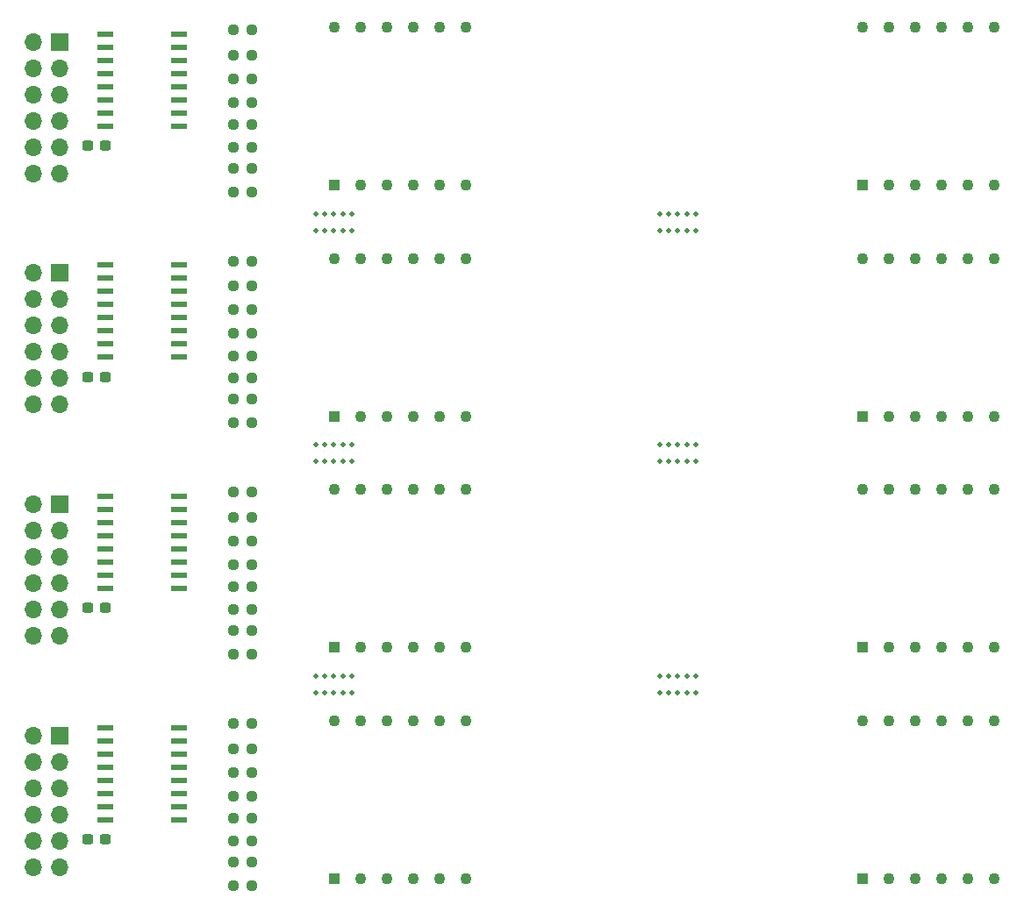
<source format=gbr>
%TF.GenerationSoftware,KiCad,Pcbnew,7.0.2*%
%TF.CreationDate,2023-08-10T02:42:33+09:00*%
%TF.ProjectId,Pmod_7LED_8digit,506d6f64-5f37-44c4-9544-5f3864696769,rev?*%
%TF.SameCoordinates,Original*%
%TF.FileFunction,Soldermask,Top*%
%TF.FilePolarity,Negative*%
%FSLAX46Y46*%
G04 Gerber Fmt 4.6, Leading zero omitted, Abs format (unit mm)*
G04 Created by KiCad (PCBNEW 7.0.2) date 2023-08-10 02:42:33*
%MOMM*%
%LPD*%
G01*
G04 APERTURE LIST*
G04 Aperture macros list*
%AMRoundRect*
0 Rectangle with rounded corners*
0 $1 Rounding radius*
0 $2 $3 $4 $5 $6 $7 $8 $9 X,Y pos of 4 corners*
0 Add a 4 corners polygon primitive as box body*
4,1,4,$2,$3,$4,$5,$6,$7,$8,$9,$2,$3,0*
0 Add four circle primitives for the rounded corners*
1,1,$1+$1,$2,$3*
1,1,$1+$1,$4,$5*
1,1,$1+$1,$6,$7*
1,1,$1+$1,$8,$9*
0 Add four rect primitives between the rounded corners*
20,1,$1+$1,$2,$3,$4,$5,0*
20,1,$1+$1,$4,$5,$6,$7,0*
20,1,$1+$1,$6,$7,$8,$9,0*
20,1,$1+$1,$8,$9,$2,$3,0*%
G04 Aperture macros list end*
%ADD10C,0.500000*%
%ADD11RoundRect,0.237500X0.300000X0.237500X-0.300000X0.237500X-0.300000X-0.237500X0.300000X-0.237500X0*%
%ADD12RoundRect,0.237500X-0.250000X-0.237500X0.250000X-0.237500X0.250000X0.237500X-0.250000X0.237500X0*%
%ADD13R,1.100000X1.100000*%
%ADD14C,1.100000*%
%ADD15R,1.500000X0.600000*%
%ADD16R,1.700000X1.700000*%
%ADD17O,1.700000X1.700000*%
G04 APERTURE END LIST*
D10*
%TO.C,REF\u002A\u002A*%
X165094666Y-42120000D03*
%TD*%
%TO.C,REF\u002A\u002A*%
X133655334Y-86760000D03*
%TD*%
%TO.C,REF\u002A\u002A*%
X131905334Y-85160000D03*
%TD*%
D11*
%TO.C,C1*%
X109865500Y-33970000D03*
X108140500Y-33970000D03*
%TD*%
D12*
%TO.C,R3*%
X122187500Y-52099000D03*
X124012500Y-52099000D03*
%TD*%
D10*
%TO.C,REF\u002A\u002A*%
X130155334Y-85160000D03*
%TD*%
D13*
%TO.C,DS1*%
X182917000Y-82420000D03*
D14*
X185457000Y-82420000D03*
X187997000Y-82420000D03*
X190537000Y-82420000D03*
X193077000Y-82420000D03*
X195617000Y-82420000D03*
X195617000Y-67180000D03*
X193077000Y-67180000D03*
X190537000Y-67180000D03*
X187997000Y-67180000D03*
X185457000Y-67180000D03*
X182917000Y-67180000D03*
%TD*%
D13*
%TO.C,DS2*%
X131990000Y-104740000D03*
D14*
X134530000Y-104740000D03*
X137070000Y-104740000D03*
X139610000Y-104740000D03*
X142150000Y-104740000D03*
X144690000Y-104740000D03*
X144690000Y-89500000D03*
X142150000Y-89500000D03*
X139610000Y-89500000D03*
X137070000Y-89500000D03*
X134530000Y-89500000D03*
X131990000Y-89500000D03*
%TD*%
D10*
%TO.C,REF\u002A\u002A*%
X164219666Y-85160000D03*
%TD*%
%TO.C,REF\u002A\u002A*%
X165094666Y-40520000D03*
%TD*%
D15*
%TO.C,U1*%
X116998000Y-99025000D03*
X116998000Y-97755000D03*
X116998000Y-96485000D03*
X116998000Y-95215000D03*
X116998000Y-93945000D03*
X116998000Y-92675000D03*
X116998000Y-91405000D03*
X116998000Y-90135000D03*
X109898000Y-90135000D03*
X109898000Y-91405000D03*
X109898000Y-92675000D03*
X109898000Y-93945000D03*
X109898000Y-95215000D03*
X109898000Y-96485000D03*
X109898000Y-97755000D03*
X109898000Y-99025000D03*
%TD*%
D13*
%TO.C,DS2*%
X131990000Y-82420000D03*
D14*
X134530000Y-82420000D03*
X137070000Y-82420000D03*
X139610000Y-82420000D03*
X142150000Y-82420000D03*
X144690000Y-82420000D03*
X144690000Y-67180000D03*
X142150000Y-67180000D03*
X139610000Y-67180000D03*
X137070000Y-67180000D03*
X134530000Y-67180000D03*
X131990000Y-67180000D03*
%TD*%
D10*
%TO.C,REF\u002A\u002A*%
X131030334Y-62840000D03*
%TD*%
%TO.C,REF\u002A\u002A*%
X163344666Y-62840000D03*
%TD*%
D13*
%TO.C,DS2*%
X131990000Y-60100000D03*
D14*
X134530000Y-60100000D03*
X137070000Y-60100000D03*
X139610000Y-60100000D03*
X142150000Y-60100000D03*
X144690000Y-60100000D03*
X144690000Y-44860000D03*
X142150000Y-44860000D03*
X139610000Y-44860000D03*
X137070000Y-44860000D03*
X134530000Y-44860000D03*
X131990000Y-44860000D03*
%TD*%
D12*
%TO.C,R3*%
X122187500Y-29779000D03*
X124012500Y-29779000D03*
%TD*%
%TO.C,R6*%
X122187500Y-45114000D03*
X124012500Y-45114000D03*
%TD*%
D10*
%TO.C,REF\u002A\u002A*%
X131030334Y-85160000D03*
%TD*%
D12*
%TO.C,R1*%
X122187500Y-38415000D03*
X124012500Y-38415000D03*
%TD*%
D10*
%TO.C,REF\u002A\u002A*%
X131905334Y-42120000D03*
%TD*%
%TO.C,REF\u002A\u002A*%
X166844666Y-42120000D03*
%TD*%
%TO.C,REF\u002A\u002A*%
X164219666Y-64440000D03*
%TD*%
D12*
%TO.C,R4*%
X122187500Y-72133000D03*
X124012500Y-72133000D03*
%TD*%
D10*
%TO.C,REF\u002A\u002A*%
X131030334Y-64440000D03*
%TD*%
D13*
%TO.C,DS2*%
X131990000Y-37780000D03*
D14*
X134530000Y-37780000D03*
X137070000Y-37780000D03*
X139610000Y-37780000D03*
X142150000Y-37780000D03*
X144690000Y-37780000D03*
X144690000Y-22540000D03*
X142150000Y-22540000D03*
X139610000Y-22540000D03*
X137070000Y-22540000D03*
X134530000Y-22540000D03*
X131990000Y-22540000D03*
%TD*%
D10*
%TO.C,REF\u002A\u002A*%
X132780334Y-62840000D03*
%TD*%
D12*
%TO.C,R7*%
X122187500Y-101057000D03*
X124012500Y-101057000D03*
%TD*%
D10*
%TO.C,REF\u002A\u002A*%
X163344666Y-40520000D03*
%TD*%
D11*
%TO.C,C1*%
X109865500Y-78610000D03*
X108140500Y-78610000D03*
%TD*%
D13*
%TO.C,DS1*%
X182917000Y-37780000D03*
D14*
X185457000Y-37780000D03*
X187997000Y-37780000D03*
X190537000Y-37780000D03*
X193077000Y-37780000D03*
X195617000Y-37780000D03*
X195617000Y-22540000D03*
X193077000Y-22540000D03*
X190537000Y-22540000D03*
X187997000Y-22540000D03*
X185457000Y-22540000D03*
X182917000Y-22540000D03*
%TD*%
D12*
%TO.C,R2*%
X122187500Y-31938000D03*
X124012500Y-31938000D03*
%TD*%
D10*
%TO.C,REF\u002A\u002A*%
X164219666Y-86760000D03*
%TD*%
D12*
%TO.C,R2*%
X122187500Y-98898000D03*
X124012500Y-98898000D03*
%TD*%
D10*
%TO.C,REF\u002A\u002A*%
X133655334Y-42120000D03*
%TD*%
D12*
%TO.C,R4*%
X122187500Y-27493000D03*
X124012500Y-27493000D03*
%TD*%
D10*
%TO.C,REF\u002A\u002A*%
X132780334Y-86760000D03*
%TD*%
D15*
%TO.C,U1*%
X116998000Y-76705000D03*
X116998000Y-75435000D03*
X116998000Y-74165000D03*
X116998000Y-72895000D03*
X116998000Y-71625000D03*
X116998000Y-70355000D03*
X116998000Y-69085000D03*
X116998000Y-67815000D03*
X109898000Y-67815000D03*
X109898000Y-69085000D03*
X109898000Y-70355000D03*
X109898000Y-71625000D03*
X109898000Y-72895000D03*
X109898000Y-74165000D03*
X109898000Y-75435000D03*
X109898000Y-76705000D03*
%TD*%
D10*
%TO.C,REF\u002A\u002A*%
X130155334Y-42120000D03*
%TD*%
%TO.C,REF\u002A\u002A*%
X166844666Y-86760000D03*
%TD*%
D12*
%TO.C,R7*%
X122187500Y-56417000D03*
X124012500Y-56417000D03*
%TD*%
D10*
%TO.C,REF\u002A\u002A*%
X165969666Y-64440000D03*
%TD*%
D12*
%TO.C,R5*%
X122187500Y-92167000D03*
X124012500Y-92167000D03*
%TD*%
%TO.C,R2*%
X122187500Y-76578000D03*
X124012500Y-76578000D03*
%TD*%
D13*
%TO.C,DS1*%
X182917000Y-104740000D03*
D14*
X185457000Y-104740000D03*
X187997000Y-104740000D03*
X190537000Y-104740000D03*
X193077000Y-104740000D03*
X195617000Y-104740000D03*
X195617000Y-89500000D03*
X193077000Y-89500000D03*
X190537000Y-89500000D03*
X187997000Y-89500000D03*
X185457000Y-89500000D03*
X182917000Y-89500000D03*
%TD*%
D10*
%TO.C,REF\u002A\u002A*%
X132780334Y-64440000D03*
%TD*%
D16*
%TO.C,J1*%
X105447000Y-23937000D03*
D17*
X105447000Y-26477000D03*
X105447000Y-29017000D03*
X105447000Y-31557000D03*
X105447000Y-34097000D03*
X105447000Y-36637000D03*
X102907000Y-23937000D03*
X102907000Y-26477000D03*
X102907000Y-29017000D03*
X102907000Y-31557000D03*
X102907000Y-34097000D03*
X102907000Y-36637000D03*
%TD*%
D12*
%TO.C,R1*%
X122187500Y-60735000D03*
X124012500Y-60735000D03*
%TD*%
D10*
%TO.C,REF\u002A\u002A*%
X131905334Y-40520000D03*
%TD*%
D16*
%TO.C,J1*%
X105447000Y-90897000D03*
D17*
X105447000Y-93437000D03*
X105447000Y-95977000D03*
X105447000Y-98517000D03*
X105447000Y-101057000D03*
X105447000Y-103597000D03*
X102907000Y-90897000D03*
X102907000Y-93437000D03*
X102907000Y-95977000D03*
X102907000Y-98517000D03*
X102907000Y-101057000D03*
X102907000Y-103597000D03*
%TD*%
D10*
%TO.C,REF\u002A\u002A*%
X131030334Y-86760000D03*
%TD*%
%TO.C,REF\u002A\u002A*%
X133655334Y-85160000D03*
%TD*%
D12*
%TO.C,R6*%
X122187500Y-67434000D03*
X124012500Y-67434000D03*
%TD*%
D10*
%TO.C,REF\u002A\u002A*%
X133655334Y-62840000D03*
%TD*%
%TO.C,REF\u002A\u002A*%
X165969666Y-86760000D03*
%TD*%
D16*
%TO.C,J1*%
X105447000Y-46257000D03*
D17*
X105447000Y-48797000D03*
X105447000Y-51337000D03*
X105447000Y-53877000D03*
X105447000Y-56417000D03*
X105447000Y-58957000D03*
X102907000Y-46257000D03*
X102907000Y-48797000D03*
X102907000Y-51337000D03*
X102907000Y-53877000D03*
X102907000Y-56417000D03*
X102907000Y-58957000D03*
%TD*%
D12*
%TO.C,R2*%
X122187500Y-54258000D03*
X124012500Y-54258000D03*
%TD*%
D10*
%TO.C,REF\u002A\u002A*%
X132780334Y-42120000D03*
%TD*%
%TO.C,REF\u002A\u002A*%
X165969666Y-62840000D03*
%TD*%
D12*
%TO.C,R3*%
X122187500Y-96739000D03*
X124012500Y-96739000D03*
%TD*%
D10*
%TO.C,REF\u002A\u002A*%
X164219666Y-62840000D03*
%TD*%
D12*
%TO.C,R4*%
X122187500Y-49813000D03*
X124012500Y-49813000D03*
%TD*%
D10*
%TO.C,REF\u002A\u002A*%
X165094666Y-64440000D03*
%TD*%
%TO.C,REF\u002A\u002A*%
X131905334Y-86760000D03*
%TD*%
D12*
%TO.C,R3*%
X122187500Y-74419000D03*
X124012500Y-74419000D03*
%TD*%
D15*
%TO.C,U1*%
X116998000Y-32065000D03*
X116998000Y-30795000D03*
X116998000Y-29525000D03*
X116998000Y-28255000D03*
X116998000Y-26985000D03*
X116998000Y-25715000D03*
X116998000Y-24445000D03*
X116998000Y-23175000D03*
X109898000Y-23175000D03*
X109898000Y-24445000D03*
X109898000Y-25715000D03*
X109898000Y-26985000D03*
X109898000Y-28255000D03*
X109898000Y-29525000D03*
X109898000Y-30795000D03*
X109898000Y-32065000D03*
%TD*%
D12*
%TO.C,R8*%
X122187500Y-80769000D03*
X124012500Y-80769000D03*
%TD*%
D10*
%TO.C,REF\u002A\u002A*%
X131030334Y-42120000D03*
%TD*%
D12*
%TO.C,R8*%
X122187500Y-36129000D03*
X124012500Y-36129000D03*
%TD*%
D10*
%TO.C,REF\u002A\u002A*%
X163344666Y-64440000D03*
%TD*%
%TO.C,REF\u002A\u002A*%
X131030334Y-40520000D03*
%TD*%
D16*
%TO.C,J1*%
X105447000Y-68577000D03*
D17*
X105447000Y-71117000D03*
X105447000Y-73657000D03*
X105447000Y-76197000D03*
X105447000Y-78737000D03*
X105447000Y-81277000D03*
X102907000Y-68577000D03*
X102907000Y-71117000D03*
X102907000Y-73657000D03*
X102907000Y-76197000D03*
X102907000Y-78737000D03*
X102907000Y-81277000D03*
%TD*%
D10*
%TO.C,REF\u002A\u002A*%
X165094666Y-86760000D03*
%TD*%
D12*
%TO.C,R5*%
X122187500Y-47527000D03*
X124012500Y-47527000D03*
%TD*%
D10*
%TO.C,REF\u002A\u002A*%
X130155334Y-86760000D03*
%TD*%
%TO.C,REF\u002A\u002A*%
X163344666Y-42120000D03*
%TD*%
D12*
%TO.C,R5*%
X122187500Y-69847000D03*
X124012500Y-69847000D03*
%TD*%
D10*
%TO.C,REF\u002A\u002A*%
X133655334Y-40520000D03*
%TD*%
D12*
%TO.C,R7*%
X122187500Y-78737000D03*
X124012500Y-78737000D03*
%TD*%
D10*
%TO.C,REF\u002A\u002A*%
X166844666Y-64440000D03*
%TD*%
%TO.C,REF\u002A\u002A*%
X132780334Y-85160000D03*
%TD*%
D13*
%TO.C,DS1*%
X182917000Y-60100000D03*
D14*
X185457000Y-60100000D03*
X187997000Y-60100000D03*
X190537000Y-60100000D03*
X193077000Y-60100000D03*
X195617000Y-60100000D03*
X195617000Y-44860000D03*
X193077000Y-44860000D03*
X190537000Y-44860000D03*
X187997000Y-44860000D03*
X185457000Y-44860000D03*
X182917000Y-44860000D03*
%TD*%
D12*
%TO.C,R7*%
X122187500Y-34097000D03*
X124012500Y-34097000D03*
%TD*%
D10*
%TO.C,REF\u002A\u002A*%
X166844666Y-40520000D03*
%TD*%
D12*
%TO.C,R6*%
X122187500Y-89754000D03*
X124012500Y-89754000D03*
%TD*%
D10*
%TO.C,REF\u002A\u002A*%
X130155334Y-40520000D03*
%TD*%
D12*
%TO.C,R1*%
X122187500Y-105375000D03*
X124012500Y-105375000D03*
%TD*%
%TO.C,R6*%
X122187500Y-22794000D03*
X124012500Y-22794000D03*
%TD*%
D11*
%TO.C,C1*%
X109865500Y-56290000D03*
X108140500Y-56290000D03*
%TD*%
D10*
%TO.C,REF\u002A\u002A*%
X132780334Y-40520000D03*
%TD*%
%TO.C,REF\u002A\u002A*%
X165969666Y-40520000D03*
%TD*%
D12*
%TO.C,R4*%
X122187500Y-94453000D03*
X124012500Y-94453000D03*
%TD*%
D10*
%TO.C,REF\u002A\u002A*%
X133655334Y-64440000D03*
%TD*%
%TO.C,REF\u002A\u002A*%
X131905334Y-64440000D03*
%TD*%
D12*
%TO.C,R8*%
X122187500Y-103089000D03*
X124012500Y-103089000D03*
%TD*%
D10*
%TO.C,REF\u002A\u002A*%
X165094666Y-62840000D03*
%TD*%
%TO.C,REF\u002A\u002A*%
X165094666Y-85160000D03*
%TD*%
%TO.C,REF\u002A\u002A*%
X164219666Y-40520000D03*
%TD*%
%TO.C,REF\u002A\u002A*%
X166844666Y-85160000D03*
%TD*%
%TO.C,REF\u002A\u002A*%
X163344666Y-85160000D03*
%TD*%
%TO.C,REF\u002A\u002A*%
X165969666Y-85160000D03*
%TD*%
D11*
%TO.C,C1*%
X109865500Y-100930000D03*
X108140500Y-100930000D03*
%TD*%
D15*
%TO.C,U1*%
X116998000Y-54385000D03*
X116998000Y-53115000D03*
X116998000Y-51845000D03*
X116998000Y-50575000D03*
X116998000Y-49305000D03*
X116998000Y-48035000D03*
X116998000Y-46765000D03*
X116998000Y-45495000D03*
X109898000Y-45495000D03*
X109898000Y-46765000D03*
X109898000Y-48035000D03*
X109898000Y-49305000D03*
X109898000Y-50575000D03*
X109898000Y-51845000D03*
X109898000Y-53115000D03*
X109898000Y-54385000D03*
%TD*%
D12*
%TO.C,R5*%
X122187500Y-25207000D03*
X124012500Y-25207000D03*
%TD*%
D10*
%TO.C,REF\u002A\u002A*%
X165969666Y-42120000D03*
%TD*%
%TO.C,REF\u002A\u002A*%
X163344666Y-86760000D03*
%TD*%
D12*
%TO.C,R1*%
X122187500Y-83055000D03*
X124012500Y-83055000D03*
%TD*%
D10*
%TO.C,REF\u002A\u002A*%
X131905334Y-62840000D03*
%TD*%
D12*
%TO.C,R8*%
X122187500Y-58449000D03*
X124012500Y-58449000D03*
%TD*%
D10*
%TO.C,REF\u002A\u002A*%
X130155334Y-62840000D03*
%TD*%
%TO.C,REF\u002A\u002A*%
X164219666Y-42120000D03*
%TD*%
%TO.C,REF\u002A\u002A*%
X166844666Y-62840000D03*
%TD*%
%TO.C,REF\u002A\u002A*%
X130155334Y-64440000D03*
%TD*%
M02*

</source>
